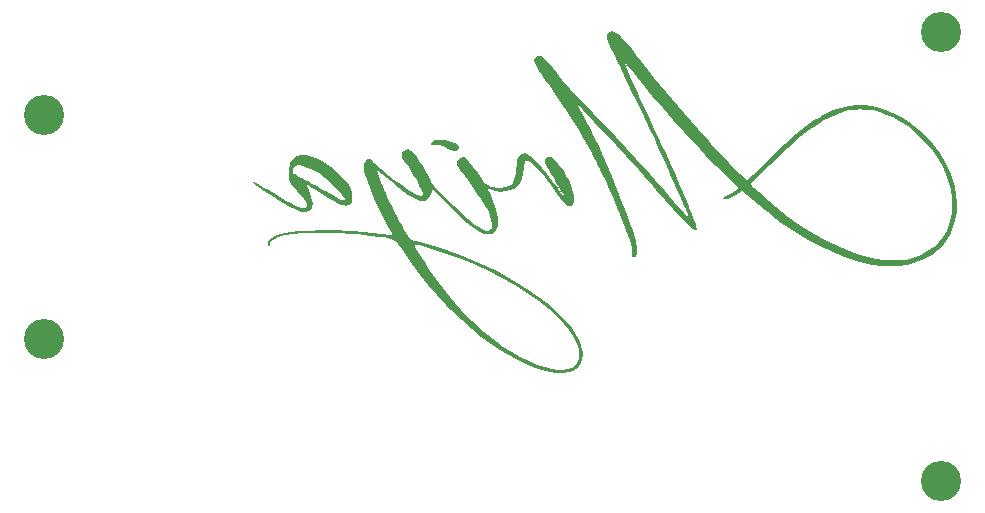
<source format=gbs>
%TF.GenerationSoftware,KiCad,Pcbnew,9.0.7*%
%TF.CreationDate,2026-02-08T19:21:18+03:00*%
%TF.ProjectId,mriya-bottom-plate,6d726979-612d-4626-9f74-746f6d2d706c,1.1.3*%
%TF.SameCoordinates,Original*%
%TF.FileFunction,Soldermask,Bot*%
%TF.FilePolarity,Negative*%
%FSLAX46Y46*%
G04 Gerber Fmt 4.6, Leading zero omitted, Abs format (unit mm)*
G04 Created by KiCad (PCBNEW 9.0.7) date 2026-02-08 19:21:18*
%MOMM*%
%LPD*%
G01*
G04 APERTURE LIST*
%ADD10C,0.000000*%
%ADD11C,3.400000*%
G04 APERTURE END LIST*
D10*
%TO.C,G\u002A\u002A\u002A*%
G36*
X93139077Y-69802424D02*
G01*
X93484979Y-69842282D01*
X93859527Y-69919354D01*
X94245804Y-70032268D01*
X94393210Y-70094394D01*
X94561781Y-70217443D01*
X94646500Y-70361117D01*
X94642180Y-70514374D01*
X94543633Y-70666173D01*
X94517010Y-70689264D01*
X94406331Y-70733198D01*
X94251987Y-70724995D01*
X94041312Y-70662682D01*
X93761641Y-70544285D01*
X93630217Y-70484680D01*
X93281319Y-70340964D01*
X93005831Y-70253258D01*
X92797634Y-70219884D01*
X92650612Y-70239161D01*
X92619628Y-70249778D01*
X92467701Y-70262333D01*
X92367165Y-70209487D01*
X92329023Y-70114324D01*
X92364276Y-69999931D01*
X92483925Y-69889392D01*
X92600885Y-69839841D01*
X92838740Y-69801153D01*
X93139077Y-69802424D01*
G37*
G36*
X85630556Y-74842626D02*
G01*
X85620689Y-74975817D01*
X85595248Y-75063255D01*
X85547155Y-75130788D01*
X85469328Y-75204267D01*
X85375194Y-75278860D01*
X85242576Y-75335967D01*
X85065889Y-75350691D01*
X85022520Y-75349399D01*
X84890655Y-75330670D01*
X84736744Y-75286210D01*
X84552121Y-75211616D01*
X84328119Y-75102484D01*
X84056072Y-74954412D01*
X83727312Y-74762997D01*
X83333174Y-74523834D01*
X82864990Y-74232522D01*
X82835970Y-74214316D01*
X82534002Y-74025582D01*
X82262679Y-73857246D01*
X82032820Y-73715923D01*
X81855241Y-73608229D01*
X81740761Y-73540779D01*
X81700197Y-73520190D01*
X81717738Y-73563357D01*
X81770974Y-73679732D01*
X81851342Y-73850329D01*
X81950148Y-74056492D01*
X82043536Y-74260148D01*
X82181230Y-74620455D01*
X82258713Y-74924852D01*
X82262129Y-74945396D01*
X82288730Y-75132178D01*
X82291215Y-75263379D01*
X82266450Y-75377997D01*
X82211303Y-75515027D01*
X82189996Y-75560892D01*
X82079244Y-75730060D01*
X81940312Y-75829310D01*
X81877630Y-75853658D01*
X81672051Y-75888279D01*
X81424874Y-75868623D01*
X81130544Y-75792648D01*
X80783507Y-75658313D01*
X80378209Y-75463577D01*
X79909095Y-75206396D01*
X79370611Y-74884731D01*
X79149594Y-74747926D01*
X78619602Y-74414660D01*
X78176905Y-74127762D01*
X77820703Y-73886637D01*
X77550197Y-73690688D01*
X77364591Y-73539320D01*
X77263085Y-73431937D01*
X77244882Y-73367944D01*
X77309182Y-73346746D01*
X77310736Y-73346835D01*
X77379538Y-73375181D01*
X77517570Y-73448535D01*
X77710337Y-73558631D01*
X77943348Y-73697205D01*
X78202106Y-73855989D01*
X78388570Y-73971570D01*
X78981553Y-74331638D01*
X79529055Y-74652387D01*
X80025909Y-74931138D01*
X80466946Y-75165212D01*
X80846999Y-75351932D01*
X81160900Y-75488620D01*
X81403482Y-75572596D01*
X81569575Y-75601184D01*
X81661647Y-75579512D01*
X81767755Y-75496620D01*
X81775768Y-75484410D01*
X81811045Y-75361935D01*
X81784047Y-75204008D01*
X81691675Y-75005083D01*
X81530832Y-74759614D01*
X81298419Y-74462056D01*
X80991337Y-74106863D01*
X80768464Y-73859538D01*
X80594744Y-73665723D01*
X80469437Y-73517164D01*
X80384700Y-73397672D01*
X80332691Y-73291059D01*
X80305568Y-73181136D01*
X80295489Y-73051714D01*
X80294611Y-72886605D01*
X80295092Y-72669619D01*
X80294943Y-72574824D01*
X80299018Y-72431028D01*
X80602142Y-72431028D01*
X80633286Y-72572128D01*
X80735799Y-72675766D01*
X80803117Y-72712344D01*
X80951352Y-72792209D01*
X81156231Y-72902216D01*
X81400357Y-73033024D01*
X81666333Y-73175294D01*
X81910289Y-73307421D01*
X82265831Y-73503984D01*
X82649085Y-73719352D01*
X83027789Y-73935370D01*
X83369686Y-74133883D01*
X83418108Y-74162261D01*
X83709107Y-74330187D01*
X83986443Y-74486122D01*
X84232050Y-74620179D01*
X84427864Y-74722469D01*
X84555818Y-74783104D01*
X84752783Y-74857516D01*
X84909964Y-74894737D01*
X84991577Y-74877447D01*
X84997653Y-74803357D01*
X84928220Y-74670176D01*
X84783308Y-74475614D01*
X84562944Y-74217381D01*
X84354384Y-73988582D01*
X83832728Y-73467730D01*
X83307086Y-73013047D01*
X82789183Y-72634218D01*
X82290744Y-72340923D01*
X82187412Y-72289545D01*
X81926071Y-72169433D01*
X81665411Y-72061439D01*
X81427566Y-71973935D01*
X81234670Y-71915294D01*
X81108857Y-71893886D01*
X80990998Y-71911755D01*
X80836797Y-71992831D01*
X80713911Y-72120393D01*
X80632355Y-72273454D01*
X80602142Y-72431028D01*
X80299018Y-72431028D01*
X80304818Y-72226343D01*
X80334833Y-71955032D01*
X80389161Y-71743150D01*
X80471976Y-71572956D01*
X80587449Y-71426711D01*
X80616427Y-71397013D01*
X80792755Y-71254514D01*
X80998057Y-71161645D01*
X81267284Y-71101697D01*
X81449581Y-71082965D01*
X81849134Y-71105044D01*
X82279693Y-71210992D01*
X82746573Y-71402357D01*
X83255091Y-71680687D01*
X83353590Y-71741629D01*
X83805467Y-72050741D01*
X84235034Y-72391078D01*
X84628129Y-72748999D01*
X84970588Y-73110863D01*
X85248250Y-73463029D01*
X85446951Y-73791856D01*
X85504204Y-73910031D01*
X85572918Y-74072954D01*
X85611170Y-74217797D01*
X85627855Y-74383961D01*
X85631871Y-74610849D01*
X85631931Y-74637830D01*
X85630820Y-74803357D01*
X85630556Y-74842626D01*
G37*
G36*
X136811558Y-75879096D02*
G01*
X136703807Y-76562051D01*
X136515664Y-77210095D01*
X136247634Y-77814272D01*
X135900219Y-78365624D01*
X135728073Y-78584463D01*
X135248279Y-79082273D01*
X134699555Y-79509331D01*
X134084831Y-79864098D01*
X133407038Y-80145037D01*
X132669106Y-80350609D01*
X131873964Y-80479277D01*
X131661618Y-80492571D01*
X131358533Y-80494886D01*
X131007604Y-80485784D01*
X130635666Y-80466672D01*
X130269550Y-80438956D01*
X129936092Y-80404043D01*
X129662124Y-80363339D01*
X128970370Y-80213387D01*
X128068428Y-79956402D01*
X127131758Y-79626361D01*
X126172372Y-79228671D01*
X125202284Y-78768745D01*
X124233507Y-78251990D01*
X123278055Y-77683817D01*
X122347942Y-77069637D01*
X122324927Y-77053584D01*
X121960212Y-76790111D01*
X121538338Y-76470855D01*
X121074175Y-76107756D01*
X120582593Y-75712751D01*
X120078463Y-75297779D01*
X119576656Y-74874779D01*
X119092041Y-74455689D01*
X118954910Y-74336803D01*
X118808346Y-74213338D01*
X118703449Y-74129273D01*
X118656798Y-74098225D01*
X118613482Y-74120726D01*
X118503053Y-74189423D01*
X118343753Y-74293243D01*
X118153154Y-74420929D01*
X117986797Y-74529679D01*
X117780810Y-74654085D01*
X117604602Y-74749595D01*
X117484026Y-74801506D01*
X117462006Y-74807878D01*
X117270526Y-74842182D01*
X117128084Y-74833221D01*
X117044851Y-74791202D01*
X117030998Y-74726329D01*
X117096699Y-74648808D01*
X117252124Y-74568843D01*
X117254291Y-74568011D01*
X117411834Y-74495358D01*
X117607663Y-74388164D01*
X117816269Y-74262438D01*
X118012138Y-74134187D01*
X118169760Y-74019419D01*
X118263622Y-73934144D01*
X118295980Y-73878813D01*
X118283658Y-73769808D01*
X118247155Y-73726666D01*
X118145081Y-73619578D01*
X118053140Y-73526303D01*
X119374359Y-73526303D01*
X119407685Y-73572613D01*
X119507517Y-73676176D01*
X119663932Y-73827186D01*
X119866937Y-74016599D01*
X120106533Y-74235368D01*
X120372727Y-74474450D01*
X120655521Y-74724798D01*
X120944920Y-74977368D01*
X121230928Y-75223115D01*
X121503550Y-75452993D01*
X122566232Y-76297753D01*
X123655077Y-77078828D01*
X124741974Y-77773893D01*
X125823296Y-78381056D01*
X126895417Y-78898427D01*
X127954711Y-79324116D01*
X128997553Y-79656232D01*
X130020315Y-79892886D01*
X130223657Y-79921953D01*
X130512723Y-79948509D01*
X130848280Y-79969036D01*
X131205964Y-79982863D01*
X131561413Y-79989318D01*
X131890262Y-79987728D01*
X132168147Y-79977422D01*
X132370705Y-79957727D01*
X132502296Y-79935356D01*
X133148546Y-79774850D01*
X133762333Y-79539310D01*
X134333262Y-79235858D01*
X134850933Y-78871615D01*
X135304951Y-78453703D01*
X135684917Y-77989244D01*
X135980434Y-77485358D01*
X136088149Y-77238607D01*
X136274934Y-76653118D01*
X136394057Y-76018040D01*
X136443699Y-75351648D01*
X136422043Y-74672218D01*
X136327271Y-73998028D01*
X136186040Y-73425875D01*
X135919256Y-72673484D01*
X135567569Y-71929324D01*
X135139267Y-71204726D01*
X134642635Y-70511018D01*
X134085961Y-69859529D01*
X133477531Y-69261587D01*
X132825633Y-68728523D01*
X132138554Y-68271664D01*
X131969271Y-68174440D01*
X131423739Y-67894070D01*
X130855795Y-67646478D01*
X130296461Y-67444420D01*
X129776762Y-67300649D01*
X129699563Y-67285110D01*
X129398536Y-67246325D01*
X129039632Y-67224272D01*
X128654028Y-67218918D01*
X128272899Y-67230233D01*
X127927419Y-67258186D01*
X127648766Y-67302747D01*
X127320347Y-67385032D01*
X126742706Y-67572220D01*
X126163575Y-67816454D01*
X125574692Y-68122597D01*
X124967796Y-68495507D01*
X124334624Y-68940046D01*
X123666917Y-69461075D01*
X122956410Y-70063455D01*
X122910312Y-70104199D01*
X122725346Y-70271454D01*
X122497209Y-70482131D01*
X122234189Y-70728217D01*
X121944575Y-71001698D01*
X121636657Y-71294562D01*
X121318724Y-71598795D01*
X120999065Y-71906384D01*
X120685969Y-72209315D01*
X120387726Y-72499576D01*
X120112624Y-72769152D01*
X119868953Y-73010031D01*
X119665002Y-73214198D01*
X119509060Y-73373642D01*
X119409416Y-73480348D01*
X119374359Y-73526303D01*
X118053140Y-73526303D01*
X117986801Y-73459002D01*
X117780851Y-73253452D01*
X117535769Y-73011442D01*
X117260091Y-72741485D01*
X116962356Y-72452096D01*
X116476834Y-71978348D01*
X115535235Y-71037562D01*
X114621937Y-70093745D01*
X113726079Y-69134746D01*
X112836800Y-68148412D01*
X111943238Y-67122589D01*
X111034531Y-66045126D01*
X110099818Y-64903869D01*
X109128238Y-63686665D01*
X109057635Y-63598023D01*
X108907014Y-63414932D01*
X108783918Y-63273604D01*
X108699527Y-63186597D01*
X108665024Y-63166468D01*
X108665616Y-63200652D01*
X108700419Y-63328696D01*
X108776579Y-63539781D01*
X108892182Y-63829579D01*
X109045313Y-64193761D01*
X109234057Y-64627997D01*
X109456501Y-65127958D01*
X109710729Y-65689316D01*
X109994826Y-66307742D01*
X110306879Y-66978905D01*
X110644971Y-67698478D01*
X111007189Y-68462130D01*
X111299628Y-69077362D01*
X111612906Y-69740761D01*
X111900193Y-70355028D01*
X112168554Y-70935942D01*
X112425054Y-71499282D01*
X112676757Y-72060828D01*
X112930726Y-72636358D01*
X113194027Y-73241651D01*
X113473724Y-73892487D01*
X113776881Y-74604644D01*
X114110562Y-75393901D01*
X114189387Y-75581232D01*
X114378814Y-76036393D01*
X114530538Y-76410895D01*
X114646995Y-76712623D01*
X114730620Y-76949461D01*
X114783848Y-77129291D01*
X114809115Y-77260000D01*
X114808857Y-77349469D01*
X114785510Y-77405584D01*
X114741508Y-77436228D01*
X114727412Y-77439473D01*
X114627887Y-77422140D01*
X114503153Y-77362923D01*
X114490737Y-77354881D01*
X114369845Y-77258458D01*
X114193269Y-77096769D01*
X113969745Y-76878890D01*
X113708010Y-76613895D01*
X113416800Y-76310859D01*
X113104851Y-75978857D01*
X112780900Y-75626963D01*
X112453683Y-75264254D01*
X112131936Y-74899803D01*
X111930345Y-74668775D01*
X111348711Y-74002590D01*
X110824676Y-73403164D01*
X110352154Y-72863751D01*
X109925060Y-72377603D01*
X109537311Y-71937971D01*
X109182820Y-71538109D01*
X108855504Y-71171267D01*
X108549277Y-70830699D01*
X108258055Y-70509656D01*
X107975752Y-70201391D01*
X107696285Y-69899156D01*
X107413568Y-69596203D01*
X107121516Y-69285784D01*
X106814045Y-68961152D01*
X106485069Y-68615559D01*
X106128505Y-68242257D01*
X106008892Y-68117114D01*
X105709670Y-67803479D01*
X105434632Y-67514382D01*
X105191306Y-67257787D01*
X104987219Y-67041657D01*
X104829898Y-66873956D01*
X104726870Y-66762650D01*
X104685663Y-66715700D01*
X104670220Y-66696259D01*
X104629756Y-66685080D01*
X104629295Y-66686601D01*
X104651394Y-66745001D01*
X104714888Y-66875279D01*
X104812685Y-67063732D01*
X104937692Y-67296658D01*
X105082816Y-67560355D01*
X105355967Y-68059629D01*
X105737167Y-68787133D01*
X106114771Y-69545730D01*
X106493795Y-70346342D01*
X106879250Y-71199895D01*
X107276151Y-72117311D01*
X107689510Y-73109513D01*
X108124341Y-74187425D01*
X108385969Y-74847548D01*
X108647589Y-75513920D01*
X108874385Y-76099477D01*
X109068610Y-76610303D01*
X109232514Y-77052481D01*
X109368348Y-77432097D01*
X109478364Y-77755235D01*
X109564813Y-78027978D01*
X109629946Y-78256411D01*
X109676744Y-78444558D01*
X109750620Y-78833738D01*
X109779382Y-79162395D01*
X109763737Y-79424399D01*
X109704394Y-79613623D01*
X109602061Y-79723938D01*
X109457446Y-79749216D01*
X109399211Y-79738519D01*
X109346717Y-79692648D01*
X109344138Y-79584024D01*
X109360318Y-79281774D01*
X109335295Y-78949779D01*
X109256357Y-78605416D01*
X109232845Y-78526441D01*
X109105359Y-78134570D01*
X108939102Y-77667850D01*
X108739067Y-77138220D01*
X108510250Y-76557620D01*
X108257645Y-75937990D01*
X107986247Y-75291271D01*
X107701051Y-74629402D01*
X107407051Y-73964323D01*
X107109242Y-73307975D01*
X106812619Y-72672298D01*
X106522176Y-72069231D01*
X106472014Y-71967231D01*
X106261986Y-71547815D01*
X106050067Y-71138327D01*
X105831582Y-70731132D01*
X105601852Y-70318594D01*
X105356202Y-69893078D01*
X105089955Y-69446949D01*
X104798433Y-68972572D01*
X104476960Y-68462311D01*
X104120858Y-67908532D01*
X103725452Y-67303599D01*
X103286063Y-66639876D01*
X102798016Y-65909729D01*
X102256634Y-65105523D01*
X101979652Y-64693129D01*
X101707999Y-64282610D01*
X101488151Y-63942088D01*
X101316460Y-63665486D01*
X101189275Y-63446727D01*
X101102947Y-63279733D01*
X101053827Y-63158428D01*
X101038264Y-63076734D01*
X101065196Y-62939433D01*
X101168923Y-62777625D01*
X101326079Y-62671074D01*
X101338897Y-62666378D01*
X101442895Y-62643575D01*
X101549643Y-62653196D01*
X101665956Y-62701467D01*
X101798646Y-62794613D01*
X101954527Y-62938858D01*
X102140413Y-63140428D01*
X102363116Y-63405549D01*
X102629450Y-63740444D01*
X102946228Y-64151340D01*
X103134917Y-64390903D01*
X103394595Y-64701938D01*
X103701466Y-65051756D01*
X104062106Y-65447684D01*
X104483094Y-65897051D01*
X104971006Y-66407184D01*
X105021109Y-66459151D01*
X106058416Y-67539306D01*
X107032486Y-68562357D01*
X107953025Y-69538915D01*
X108829738Y-70479591D01*
X109672332Y-71394996D01*
X110490512Y-72295740D01*
X111293984Y-73192433D01*
X112092455Y-74095687D01*
X112895630Y-75016113D01*
X113713215Y-75964320D01*
X113854002Y-76125526D01*
X113985002Y-76269297D01*
X114080198Y-76366737D01*
X114125289Y-76402633D01*
X114129053Y-76402697D01*
X114139215Y-76401242D01*
X114143528Y-76390852D01*
X114138618Y-76363217D01*
X114121109Y-76310026D01*
X114087625Y-76222968D01*
X114034789Y-76093735D01*
X113959227Y-75914014D01*
X113857564Y-75675497D01*
X113726422Y-75369873D01*
X113562427Y-74988832D01*
X113362203Y-74524063D01*
X113134819Y-73997795D01*
X112895319Y-73447396D01*
X112661459Y-72914715D01*
X112429105Y-72390772D01*
X112194121Y-71866590D01*
X111952374Y-71333189D01*
X111699729Y-70781589D01*
X111432049Y-70202812D01*
X111145201Y-69587880D01*
X110835050Y-68927812D01*
X110497461Y-68213630D01*
X110128298Y-67436354D01*
X109723428Y-66587007D01*
X109278714Y-65656608D01*
X109164235Y-65417343D01*
X108830805Y-64720153D01*
X108537367Y-64105773D01*
X108281371Y-63568491D01*
X108060266Y-63102595D01*
X107871502Y-62702372D01*
X107712531Y-62362110D01*
X107580801Y-62076096D01*
X107473764Y-61838618D01*
X107388869Y-61643963D01*
X107323566Y-61486419D01*
X107275306Y-61360274D01*
X107241538Y-61259814D01*
X107219713Y-61179328D01*
X107207280Y-61113103D01*
X107201691Y-61055426D01*
X107200394Y-61000586D01*
X107201505Y-60964786D01*
X107241294Y-60826177D01*
X107354534Y-60701298D01*
X107445730Y-60636071D01*
X107564026Y-60588491D01*
X107691328Y-60583413D01*
X107833022Y-60625236D01*
X107994490Y-60718357D01*
X108181119Y-60867173D01*
X108398292Y-61076082D01*
X108651393Y-61349481D01*
X108945808Y-61691767D01*
X109286920Y-62107338D01*
X109680114Y-62600592D01*
X110114229Y-63149404D01*
X110685326Y-63866276D01*
X111218351Y-64528251D01*
X111725884Y-65150364D01*
X112220505Y-65747651D01*
X112714793Y-66335149D01*
X113221327Y-66927893D01*
X113752688Y-67540921D01*
X114321453Y-68189267D01*
X114940204Y-68887969D01*
X115252240Y-69237175D01*
X115643169Y-69670083D01*
X116039980Y-70104941D01*
X116436594Y-70535384D01*
X116826932Y-70955045D01*
X117204915Y-71357559D01*
X117564463Y-71736560D01*
X117899498Y-72085682D01*
X118203941Y-72398558D01*
X118471713Y-72668823D01*
X118696733Y-72890111D01*
X118872924Y-73056055D01*
X118994207Y-73160290D01*
X119054501Y-73196450D01*
X119083711Y-73177572D01*
X119179655Y-73095775D01*
X119333671Y-72955756D01*
X119538251Y-72764605D01*
X119785893Y-72529413D01*
X120069089Y-72257269D01*
X120380336Y-71955264D01*
X120712127Y-71630488D01*
X121188086Y-71165081D01*
X121771289Y-70603525D01*
X122300456Y-70106024D01*
X122783045Y-69666641D01*
X123226517Y-69279439D01*
X123638330Y-68938480D01*
X124025945Y-68637826D01*
X124396822Y-68371541D01*
X124758419Y-68133686D01*
X125118196Y-67918325D01*
X125483613Y-67719519D01*
X125862130Y-67531331D01*
X126369169Y-67306359D01*
X127043472Y-67066272D01*
X127696872Y-66908612D01*
X128340001Y-66833704D01*
X128983494Y-66841872D01*
X129637984Y-66933441D01*
X130314104Y-67108735D01*
X131022487Y-67368080D01*
X131773767Y-67711800D01*
X132288664Y-67982799D01*
X132771552Y-68275634D01*
X133216404Y-68593760D01*
X133652118Y-68957946D01*
X134107590Y-69388955D01*
X134213237Y-69495100D01*
X134828636Y-70176374D01*
X135360548Y-70887153D01*
X135823156Y-71648086D01*
X136230644Y-72479822D01*
X136428599Y-72977320D01*
X136647440Y-73710342D01*
X136783878Y-74444284D01*
X136838416Y-75170187D01*
X136831541Y-75351648D01*
X136811558Y-75879096D01*
G37*
G36*
X105131136Y-88280193D02*
G01*
X105084973Y-88460430D01*
X104994538Y-88664132D01*
X104821931Y-88936603D01*
X104588213Y-89159737D01*
X104287638Y-89327762D01*
X103906842Y-89450342D01*
X103470498Y-89516500D01*
X102944947Y-89515091D01*
X102367060Y-89440541D01*
X101742748Y-89295014D01*
X101077920Y-89080671D01*
X100378485Y-88799674D01*
X99650352Y-88454185D01*
X98899432Y-88046367D01*
X98131633Y-87578382D01*
X97352864Y-87052392D01*
X97348885Y-87049571D01*
X96560397Y-86458349D01*
X95745566Y-85783631D01*
X94900736Y-85022254D01*
X94022246Y-84171053D01*
X93605439Y-83747645D01*
X92822044Y-82911474D01*
X92092169Y-82072515D01*
X91396440Y-81207143D01*
X90715485Y-80291734D01*
X90029930Y-79302663D01*
X90013781Y-79278658D01*
X89833380Y-79015671D01*
X89662633Y-78775476D01*
X89629282Y-78730474D01*
X90918343Y-78730474D01*
X90923817Y-78752093D01*
X90973501Y-78855678D01*
X91069439Y-79026663D01*
X91204900Y-79254196D01*
X91373151Y-79527425D01*
X91567462Y-79835499D01*
X91781102Y-80167565D01*
X92007338Y-80512771D01*
X92239439Y-80860265D01*
X92994451Y-81931416D01*
X93899436Y-83094691D01*
X94835891Y-84170934D01*
X95809252Y-85165990D01*
X96824956Y-86085705D01*
X97888436Y-86935925D01*
X98412104Y-87312846D01*
X99136732Y-87784164D01*
X99861588Y-88200013D01*
X100575384Y-88554900D01*
X101266832Y-88843330D01*
X101924643Y-89059807D01*
X102537526Y-89198837D01*
X102563135Y-89203086D01*
X103042367Y-89260197D01*
X103460604Y-89261017D01*
X103839682Y-89204091D01*
X104201436Y-89087965D01*
X104334130Y-89015682D01*
X104517813Y-88869802D01*
X104678781Y-88697242D01*
X104782397Y-88531198D01*
X104829856Y-88360917D01*
X104855707Y-88092119D01*
X104846634Y-87788746D01*
X104803942Y-87483068D01*
X104728933Y-87207361D01*
X104611580Y-86923433D01*
X104342135Y-86422341D01*
X103987324Y-85899215D01*
X103552627Y-85361827D01*
X103043527Y-84817947D01*
X102281834Y-84110973D01*
X101419874Y-83413640D01*
X100472813Y-82737826D01*
X99447749Y-82087338D01*
X98351782Y-81465979D01*
X97192012Y-80877556D01*
X95975538Y-80325874D01*
X94709460Y-79814737D01*
X93400877Y-79347951D01*
X92056888Y-78929321D01*
X91910166Y-78887003D01*
X91581230Y-78793865D01*
X91332988Y-78727512D01*
X91154472Y-78686027D01*
X91034716Y-78667496D01*
X90962753Y-78670004D01*
X90927618Y-78691635D01*
X90918343Y-78730474D01*
X89629282Y-78730474D01*
X89512831Y-78573341D01*
X89395266Y-78424537D01*
X89321231Y-78344332D01*
X89281835Y-78316100D01*
X89143309Y-78251049D01*
X88935294Y-78186682D01*
X88651683Y-78121696D01*
X88286367Y-78054788D01*
X87833240Y-77984653D01*
X87286193Y-77909989D01*
X87156797Y-77893398D01*
X86675077Y-77835913D01*
X86215882Y-77789123D01*
X85761692Y-77752103D01*
X85294989Y-77723928D01*
X84798254Y-77703673D01*
X84253967Y-77690413D01*
X83644609Y-77683223D01*
X82952663Y-77681178D01*
X82782133Y-77681287D01*
X82255464Y-77682831D01*
X81811752Y-77686979D01*
X81437643Y-77694772D01*
X81119785Y-77707249D01*
X80844825Y-77725450D01*
X80599410Y-77750416D01*
X80370188Y-77783186D01*
X80143807Y-77824800D01*
X79906913Y-77876299D01*
X79646154Y-77938722D01*
X79375070Y-78017733D01*
X79064811Y-78150032D01*
X78835352Y-78304893D01*
X78693030Y-78477730D01*
X78644181Y-78663956D01*
X78643591Y-78687786D01*
X78619978Y-78785203D01*
X78574446Y-78801784D01*
X78524295Y-78728250D01*
X78499958Y-78643874D01*
X78509909Y-78446399D01*
X78615849Y-78261358D01*
X78815172Y-78090275D01*
X79105270Y-77934678D01*
X79483535Y-77796089D01*
X79947359Y-77676035D01*
X80494137Y-77576041D01*
X80607394Y-77560861D01*
X80909333Y-77531697D01*
X81287438Y-77506153D01*
X81725512Y-77484656D01*
X82207354Y-77467636D01*
X82716766Y-77455520D01*
X83237547Y-77448737D01*
X83753498Y-77447716D01*
X84248420Y-77452884D01*
X84706114Y-77464670D01*
X84903954Y-77472429D01*
X85695498Y-77517413D01*
X86525690Y-77584396D01*
X87359901Y-77669928D01*
X88163504Y-77770557D01*
X88901874Y-77882831D01*
X89020552Y-77888946D01*
X89064694Y-77850608D01*
X89064331Y-77847122D01*
X89035090Y-77773999D01*
X88965812Y-77635211D01*
X88866080Y-77449256D01*
X88745480Y-77234629D01*
X88699112Y-77153297D01*
X88435246Y-76671602D01*
X88171746Y-76160733D01*
X87913495Y-75632335D01*
X87665376Y-75098054D01*
X87432274Y-74569538D01*
X87219070Y-74058431D01*
X87030649Y-73576380D01*
X86871894Y-73135030D01*
X86747689Y-72746028D01*
X86662917Y-72421021D01*
X86622462Y-72171653D01*
X86617828Y-71962914D01*
X86660419Y-71714631D01*
X86761315Y-71544125D01*
X86919440Y-71454001D01*
X87036534Y-71430012D01*
X87170254Y-71439250D01*
X87287210Y-71512526D01*
X87418087Y-71662681D01*
X87463990Y-71716394D01*
X87610467Y-71861882D01*
X87824794Y-72055011D01*
X88098149Y-72288456D01*
X88421711Y-72554892D01*
X88786659Y-72846996D01*
X89184173Y-73157443D01*
X89605432Y-73478909D01*
X89845009Y-73656757D01*
X90285102Y-73965478D01*
X90665120Y-74205942D01*
X90983518Y-74377470D01*
X91238754Y-74479382D01*
X91429283Y-74511000D01*
X91553563Y-74471644D01*
X91610048Y-74360637D01*
X91603524Y-74294677D01*
X91552270Y-74139440D01*
X91458512Y-73923756D01*
X91329695Y-73661184D01*
X91173263Y-73365284D01*
X90996659Y-73049616D01*
X90807329Y-72727739D01*
X90612718Y-72413213D01*
X90420268Y-72119598D01*
X90237426Y-71860454D01*
X90180962Y-71782622D01*
X90051065Y-71592566D01*
X89945111Y-71422828D01*
X89881854Y-71302820D01*
X89867368Y-71265272D01*
X89831267Y-71044172D01*
X89876566Y-70852896D01*
X89988101Y-70705487D01*
X90150708Y-70615990D01*
X90349225Y-70598447D01*
X90568488Y-70666902D01*
X90619116Y-70700199D01*
X90755566Y-70829357D01*
X90923822Y-71026115D01*
X91114361Y-71275864D01*
X91317661Y-71563993D01*
X91524200Y-71875894D01*
X91724453Y-72196956D01*
X91908900Y-72512571D01*
X92068016Y-72808128D01*
X92192279Y-73069019D01*
X92272167Y-73280633D01*
X92278258Y-73299122D01*
X92311210Y-73369696D01*
X92367819Y-73456142D01*
X92455027Y-73566109D01*
X92579775Y-73707249D01*
X92749003Y-73887214D01*
X92969652Y-74113653D01*
X93248664Y-74394219D01*
X93592979Y-74736561D01*
X93745433Y-74887382D01*
X94221786Y-75355079D01*
X94637224Y-75756717D01*
X94997636Y-76097730D01*
X95308911Y-76383556D01*
X95576939Y-76619627D01*
X95807610Y-76811380D01*
X96006811Y-76964250D01*
X96023665Y-76976377D01*
X96196452Y-77088549D01*
X96402915Y-77206875D01*
X96619316Y-77319515D01*
X96821921Y-77414631D01*
X96986992Y-77480383D01*
X97090794Y-77504931D01*
X97115808Y-77500942D01*
X97220919Y-77450271D01*
X97341304Y-77359993D01*
X97394468Y-77310632D01*
X97465194Y-77221085D01*
X97492521Y-77116619D01*
X97492201Y-76954948D01*
X97482089Y-76845760D01*
X97424065Y-76561543D01*
X97325016Y-76238912D01*
X97195093Y-75908561D01*
X97044450Y-75601184D01*
X96990297Y-75506451D01*
X96897649Y-75354635D01*
X96777911Y-75168373D01*
X96626536Y-74941009D01*
X96438975Y-74665888D01*
X96210678Y-74336354D01*
X95937098Y-73945750D01*
X95613687Y-73487422D01*
X95235895Y-72954712D01*
X95150119Y-72833806D01*
X94940877Y-72536213D01*
X94781946Y-72304212D01*
X94666617Y-72126573D01*
X94588179Y-71992068D01*
X94539924Y-71889468D01*
X94515142Y-71807543D01*
X94507122Y-71735065D01*
X94511898Y-71619719D01*
X94556207Y-71503921D01*
X94664729Y-71388144D01*
X94785407Y-71299419D01*
X94975052Y-71239963D01*
X95168266Y-71279305D01*
X95370206Y-71417663D01*
X95437937Y-71489190D01*
X95561852Y-71638386D01*
X95720274Y-71840705D01*
X95901222Y-72079860D01*
X96092712Y-72339566D01*
X96282761Y-72603536D01*
X96459386Y-72855485D01*
X96610604Y-73079127D01*
X96724434Y-73258177D01*
X96812807Y-73385556D01*
X96959200Y-73525741D01*
X97155783Y-73638977D01*
X97427427Y-73742394D01*
X97552688Y-73778983D01*
X97908535Y-73841610D01*
X98267164Y-73852019D01*
X98598844Y-73810708D01*
X98873845Y-73718175D01*
X98910809Y-73699132D01*
X99098319Y-73575217D01*
X99244804Y-73418374D01*
X99356053Y-73215293D01*
X99437858Y-72952669D01*
X99496006Y-72617192D01*
X99536288Y-72195557D01*
X99550033Y-72016819D01*
X99582160Y-71709401D01*
X99622629Y-71477263D01*
X99675949Y-71303565D01*
X99746628Y-71171463D01*
X99839175Y-71064119D01*
X99841661Y-71061755D01*
X100021261Y-70956485D01*
X100232269Y-70932744D01*
X100443538Y-70994138D01*
X100461993Y-71004001D01*
X100716213Y-71174143D01*
X101013940Y-71429944D01*
X101352529Y-71768475D01*
X101729330Y-72186807D01*
X102141696Y-72682012D01*
X102586981Y-73251162D01*
X103062536Y-73891326D01*
X103088127Y-73926535D01*
X103268488Y-74172259D01*
X103430242Y-74388600D01*
X103563443Y-74562546D01*
X103658148Y-74681086D01*
X103704413Y-74731208D01*
X103719401Y-74738019D01*
X103724081Y-74728094D01*
X103708288Y-74690004D01*
X103667183Y-74615747D01*
X103595926Y-74497321D01*
X103489678Y-74326725D01*
X103343601Y-74095956D01*
X103152855Y-73797013D01*
X102912601Y-73421894D01*
X102683458Y-73062274D01*
X102443955Y-72677971D01*
X102255165Y-72360927D01*
X102113684Y-72102638D01*
X102016112Y-71894604D01*
X101959047Y-71728321D01*
X101939086Y-71595290D01*
X101952827Y-71487006D01*
X101996868Y-71394969D01*
X102067807Y-71310676D01*
X102158609Y-71240268D01*
X102287095Y-71210365D01*
X102444129Y-71252302D01*
X102648363Y-71367917D01*
X102693694Y-71400230D01*
X102877068Y-71571739D01*
X103083454Y-71816616D01*
X103303272Y-72118856D01*
X103526941Y-72462454D01*
X103744883Y-72831404D01*
X103947516Y-73209700D01*
X104125263Y-73581338D01*
X104268542Y-73930312D01*
X104367774Y-74240616D01*
X104419648Y-74498275D01*
X104439376Y-74788288D01*
X104414210Y-75037593D01*
X104348248Y-75234896D01*
X104245585Y-75368903D01*
X104110319Y-75428319D01*
X103946546Y-75401850D01*
X103877776Y-75366860D01*
X103759884Y-75278821D01*
X103622933Y-75142285D01*
X103458704Y-74947954D01*
X103258978Y-74686531D01*
X103015534Y-74348718D01*
X102831072Y-74089571D01*
X102470380Y-73595346D01*
X102147121Y-73171814D01*
X101852600Y-72808070D01*
X101578119Y-72493209D01*
X101314983Y-72216327D01*
X101224520Y-72126651D01*
X100957772Y-71877551D01*
X100725643Y-71684503D01*
X100535465Y-71552776D01*
X100394574Y-71487641D01*
X100310303Y-71494368D01*
X100307711Y-71496813D01*
X100273061Y-71575558D01*
X100239801Y-71722269D01*
X100214802Y-71907240D01*
X100187702Y-72151706D01*
X100099182Y-72663734D01*
X99972502Y-73089704D01*
X99803142Y-73435927D01*
X99586581Y-73708713D01*
X99318297Y-73914374D01*
X98993771Y-74059219D01*
X98608481Y-74149561D01*
X98558803Y-74156901D01*
X98188904Y-74179506D01*
X97830302Y-74136415D01*
X97443688Y-74023369D01*
X97286018Y-73968138D01*
X97173494Y-73932012D01*
X97130572Y-73922843D01*
X97133430Y-73931369D01*
X97165924Y-74007950D01*
X97226972Y-74145580D01*
X97306941Y-74322436D01*
X97489223Y-74752320D01*
X97651761Y-75194506D01*
X97787939Y-75627262D01*
X97892151Y-76031065D01*
X97958790Y-76386393D01*
X97982248Y-76673726D01*
X97981084Y-76756199D01*
X97940129Y-77123222D01*
X97841263Y-77409792D01*
X97685372Y-77615054D01*
X97473340Y-77738154D01*
X97206054Y-77778236D01*
X96884398Y-77734445D01*
X96854906Y-77726964D01*
X96642804Y-77660303D01*
X96426754Y-77567395D01*
X96199879Y-77442762D01*
X95955306Y-77280927D01*
X95686160Y-77076413D01*
X95385567Y-76823740D01*
X95046652Y-76517432D01*
X94662541Y-76152011D01*
X94226360Y-75721998D01*
X93731233Y-75221917D01*
X93605361Y-75093672D01*
X93283635Y-74766457D01*
X93023206Y-74503179D01*
X92817613Y-74298055D01*
X92660391Y-74145300D01*
X92545077Y-74039131D01*
X92465209Y-73973765D01*
X92414323Y-73943419D01*
X92385955Y-73942307D01*
X92373643Y-73964648D01*
X92370924Y-74004658D01*
X92353726Y-74206950D01*
X92254412Y-74508447D01*
X92071004Y-74760902D01*
X92011695Y-74818594D01*
X91900294Y-74904666D01*
X91785529Y-74941874D01*
X91620475Y-74949902D01*
X91457171Y-74935906D01*
X91242115Y-74881055D01*
X90997848Y-74781152D01*
X90718476Y-74632458D01*
X90398105Y-74431233D01*
X90030842Y-74173737D01*
X89610792Y-73856230D01*
X89132062Y-73474973D01*
X88588757Y-73026226D01*
X88559240Y-73001527D01*
X88328366Y-72809997D01*
X88124647Y-72643814D01*
X87960411Y-72512828D01*
X87847987Y-72426888D01*
X87799704Y-72395844D01*
X87791121Y-72396936D01*
X87762130Y-72444461D01*
X87779714Y-72518322D01*
X87829686Y-72669655D01*
X87905936Y-72882041D01*
X88002346Y-73139599D01*
X88112800Y-73426447D01*
X88231182Y-73726704D01*
X88351374Y-74024488D01*
X88467261Y-74303918D01*
X88572725Y-74549113D01*
X88592378Y-74593511D01*
X88773263Y-74988036D01*
X88973227Y-75402447D01*
X89186097Y-75825687D01*
X89405700Y-76246703D01*
X89625863Y-76654437D01*
X89840414Y-77037836D01*
X90043178Y-77385845D01*
X90227983Y-77687407D01*
X90388657Y-77931469D01*
X90519025Y-78106974D01*
X90612916Y-78202869D01*
X90709536Y-78251571D01*
X90881637Y-78316715D01*
X91102551Y-78388317D01*
X91347535Y-78457792D01*
X91386806Y-78468162D01*
X93110724Y-78970188D01*
X94766895Y-79545857D01*
X96355246Y-80195136D01*
X97875701Y-80917993D01*
X99328185Y-81714393D01*
X100712623Y-82584305D01*
X101309292Y-82998845D01*
X102135682Y-83627817D01*
X102866906Y-84256474D01*
X103501987Y-84883826D01*
X104039946Y-85508880D01*
X104479803Y-86130644D01*
X104820581Y-86748127D01*
X104895887Y-86911665D01*
X105017484Y-87211633D01*
X105094418Y-87474705D01*
X105134703Y-87732034D01*
X105146351Y-88014775D01*
X105145994Y-88067961D01*
X105144303Y-88092119D01*
X105131136Y-88280193D01*
G37*
%TD*%
D11*
%TO.C,MH4*%
X135500000Y-98650000D03*
%TD*%
%TO.C,MH3*%
X59500000Y-86650000D03*
%TD*%
%TO.C,MH2*%
X59500000Y-67650000D03*
%TD*%
%TO.C,MH1*%
X135500000Y-60650000D03*
%TD*%
M02*

</source>
